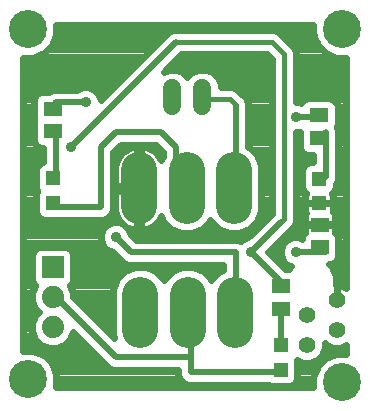
<source format=gtl>
G75*
%MOIN*%
%OFA0B0*%
%FSLAX24Y24*%
%IPPOS*%
%LPD*%
%AMOC8*
5,1,8,0,0,1.08239X$1,22.5*
%
%ADD10C,0.0560*%
%ADD11C,0.0594*%
%ADD12C,0.1185*%
%ADD13R,0.0591X0.0512*%
%ADD14R,0.0630X0.0512*%
%ADD15R,0.0472X0.0472*%
%ADD16R,0.0740X0.0740*%
%ADD17C,0.0740*%
%ADD18C,0.0240*%
%ADD19C,0.0197*%
%ADD20C,0.0357*%
%ADD21C,0.0160*%
%ADD22C,0.1266*%
D10*
X010248Y007241D03*
X010248Y008241D03*
X011248Y007741D03*
X011248Y008741D03*
D11*
X006769Y015201D02*
X006769Y015795D01*
X005769Y015795D02*
X005769Y015201D01*
D12*
X006241Y013047D02*
X006241Y011862D01*
X007821Y011862D02*
X007821Y013047D01*
X007861Y008913D02*
X007861Y007728D01*
X006281Y007728D02*
X006281Y008913D01*
X004701Y008913D02*
X004701Y007728D01*
X004661Y011862D02*
X004661Y013047D01*
D13*
X010690Y011240D03*
X010690Y010492D03*
D14*
X009381Y009194D03*
X009381Y008446D03*
X010643Y014136D03*
X010643Y014884D03*
X001777Y015104D03*
X001777Y014356D03*
D15*
X001777Y012781D03*
X001777Y011955D03*
X009381Y007233D03*
X009381Y006407D03*
X010655Y011947D03*
X010655Y012774D03*
D16*
X001781Y009820D03*
D17*
X001781Y008820D03*
X001781Y007820D03*
D18*
X001900Y005900D02*
X001875Y005840D01*
X010472Y005840D01*
X010472Y006178D01*
X010617Y006527D01*
X010884Y006795D01*
X011233Y006939D01*
X011572Y006939D01*
X011572Y007229D01*
X011366Y007144D01*
X011129Y007144D01*
X010909Y007235D01*
X010844Y007300D01*
X010844Y007123D01*
X010754Y006903D01*
X010586Y006735D01*
X010366Y006644D01*
X010129Y006644D01*
X009924Y006729D01*
X009934Y006706D01*
X009934Y006107D01*
X009885Y005991D01*
X009796Y005902D01*
X009680Y005854D01*
X009081Y005854D01*
X008965Y005902D01*
X008962Y005905D01*
X006298Y005905D01*
X006145Y005968D01*
X006029Y006085D01*
X005965Y006237D01*
X005965Y006405D01*
X003798Y006405D01*
X003645Y006468D01*
X003529Y006585D01*
X002456Y007657D01*
X002363Y007431D01*
X002170Y007238D01*
X001917Y007133D01*
X001644Y007133D01*
X001392Y007238D01*
X001198Y007431D01*
X001094Y007683D01*
X001094Y007957D01*
X001198Y008209D01*
X001309Y008320D01*
X001198Y008431D01*
X001094Y008683D01*
X001094Y008957D01*
X001198Y009209D01*
X001201Y009212D01*
X001142Y009271D01*
X001094Y009387D01*
X001094Y010253D01*
X001142Y010369D01*
X001231Y010459D01*
X001348Y010507D01*
X002214Y010507D01*
X002330Y010459D01*
X002419Y010369D01*
X002467Y010253D01*
X002467Y009387D01*
X002419Y009271D01*
X002360Y009212D01*
X002363Y009209D01*
X002467Y008957D01*
X002467Y008820D01*
X003827Y007461D01*
X003791Y007547D01*
X003791Y009093D01*
X003930Y009428D01*
X004186Y009683D01*
X004520Y009822D01*
X004882Y009822D01*
X005216Y009683D01*
X005472Y009428D01*
X005491Y009382D01*
X005510Y009428D01*
X005766Y009683D01*
X006100Y009822D01*
X006462Y009822D01*
X006796Y009683D01*
X007052Y009428D01*
X007071Y009382D01*
X007090Y009428D01*
X007346Y009683D01*
X007465Y009733D01*
X007465Y009905D01*
X004298Y009905D01*
X004145Y009968D01*
X004029Y010085D01*
X003789Y010325D01*
X003782Y010325D01*
X003600Y010400D01*
X003461Y010539D01*
X003385Y010721D01*
X003385Y010919D01*
X003461Y011101D01*
X003600Y011240D01*
X003782Y011315D01*
X003979Y011315D01*
X004116Y011259D01*
X004049Y011325D01*
X003984Y011410D01*
X003931Y011502D01*
X003890Y011600D01*
X003863Y011703D01*
X003849Y011809D01*
X003849Y012377D01*
X004584Y012377D01*
X004739Y012377D01*
X004739Y011053D01*
X004820Y011064D01*
X004923Y011091D01*
X005021Y011132D01*
X005114Y011185D01*
X005198Y011250D01*
X005273Y011325D01*
X005338Y011410D01*
X005392Y011502D01*
X005399Y011520D01*
X005470Y011347D01*
X005726Y011091D01*
X006060Y010953D01*
X006422Y010953D01*
X006756Y011091D01*
X007012Y011347D01*
X007031Y011393D01*
X007050Y011347D01*
X007306Y011091D01*
X007640Y010953D01*
X008002Y010953D01*
X008336Y011091D01*
X008592Y011347D01*
X008731Y011681D01*
X008731Y013228D01*
X008592Y013562D01*
X008336Y013818D01*
X008296Y013835D01*
X008296Y015303D01*
X008233Y015455D01*
X008116Y015572D01*
X008071Y015590D01*
X007905Y015756D01*
X007760Y015817D01*
X007383Y015817D01*
X007383Y015917D01*
X007289Y016142D01*
X007116Y016315D01*
X006891Y016409D01*
X006647Y016409D01*
X006421Y016315D01*
X006269Y016163D01*
X006116Y016315D01*
X005891Y016409D01*
X005647Y016409D01*
X005493Y016345D01*
X006071Y016923D01*
X008916Y016923D01*
X009084Y016756D01*
X009084Y011610D01*
X008979Y011505D01*
X008289Y010815D01*
X008282Y010815D01*
X008100Y010740D01*
X008057Y010697D01*
X007963Y010735D01*
X004553Y010735D01*
X004376Y010912D01*
X004376Y010919D01*
X004301Y011101D01*
X004226Y011176D01*
X004301Y011132D01*
X004400Y011091D01*
X004502Y011064D01*
X004584Y011053D01*
X004584Y012377D01*
X004584Y012532D01*
X004584Y013856D01*
X004502Y013846D01*
X004400Y013818D01*
X004301Y013777D01*
X004209Y013724D01*
X004124Y013659D01*
X004049Y013584D01*
X003984Y013500D01*
X003931Y013407D01*
X003890Y013309D01*
X003863Y013206D01*
X003849Y013100D01*
X003849Y012532D01*
X004584Y012532D01*
X004739Y012532D01*
X004739Y013856D01*
X004820Y013846D01*
X004923Y013818D01*
X005021Y013777D01*
X005114Y013724D01*
X005198Y013659D01*
X005273Y013584D01*
X005338Y013500D01*
X005392Y013407D01*
X005399Y013390D01*
X005465Y013550D01*
X005465Y013648D01*
X005209Y013905D01*
X004053Y013905D01*
X003796Y013648D01*
X003796Y011737D01*
X003733Y011585D01*
X003616Y011468D01*
X003463Y011405D01*
X002084Y011405D01*
X002076Y011402D01*
X001924Y011402D01*
X001910Y011398D01*
X001878Y011402D01*
X001477Y011402D01*
X001361Y011450D01*
X001272Y011539D01*
X001224Y011655D01*
X001224Y012254D01*
X001271Y012368D01*
X001224Y012482D01*
X001224Y013081D01*
X001272Y013197D01*
X001361Y013286D01*
X001465Y013329D01*
X001465Y013783D01*
X001399Y013783D01*
X001282Y013832D01*
X001193Y013921D01*
X001145Y014037D01*
X001145Y014675D01*
X001168Y014730D01*
X001145Y014785D01*
X001145Y015423D01*
X001193Y015540D01*
X001282Y015629D01*
X001399Y015677D01*
X001657Y015677D01*
X001666Y015685D01*
X001733Y015708D01*
X001798Y015735D01*
X001810Y015735D01*
X001821Y015739D01*
X001892Y015735D01*
X002595Y015735D01*
X002600Y015740D01*
X002782Y015815D01*
X002979Y015815D01*
X003161Y015740D01*
X003301Y015601D01*
X003376Y015419D01*
X003376Y015403D01*
X005645Y017672D01*
X005798Y017735D01*
X005963Y017735D01*
X006008Y017717D01*
X009160Y017717D01*
X009305Y017656D01*
X009705Y017256D01*
X009817Y017145D01*
X009877Y016999D01*
X009877Y015315D01*
X009979Y015315D01*
X010046Y015288D01*
X010059Y015319D01*
X010148Y015408D01*
X010265Y015457D01*
X011021Y015457D01*
X011137Y015408D01*
X011226Y015319D01*
X011275Y015203D01*
X011275Y014565D01*
X011254Y014516D01*
X011259Y014509D01*
X011274Y014457D01*
X011275Y014455D01*
X011275Y014454D01*
X011296Y014403D01*
X011296Y014376D01*
X011303Y014350D01*
X011296Y014294D01*
X011296Y012862D01*
X011304Y012823D01*
X011296Y012780D01*
X011296Y012737D01*
X011280Y012700D01*
X011273Y012660D01*
X011249Y012625D01*
X011233Y012585D01*
X011208Y012560D01*
X011208Y012474D01*
X011159Y012358D01*
X011086Y012285D01*
X011096Y012268D01*
X011111Y012212D01*
X011111Y011947D01*
X010655Y011947D01*
X010655Y011947D01*
X011111Y011947D01*
X011111Y011682D01*
X011110Y011678D01*
X011120Y011672D01*
X011161Y011631D01*
X011190Y011581D01*
X011205Y011525D01*
X011205Y011248D01*
X010698Y011248D01*
X010698Y011233D01*
X011205Y011233D01*
X011205Y010976D01*
X011254Y010928D01*
X011302Y010811D01*
X011302Y010174D01*
X011254Y010057D01*
X011165Y009968D01*
X011048Y009920D01*
X011006Y009920D01*
X011004Y009919D01*
X011082Y009841D01*
X011207Y009541D01*
X011207Y009241D01*
X011208Y009241D01*
X011248Y009241D01*
X011248Y008741D01*
X011248Y008741D01*
X011248Y009241D01*
X011287Y009241D01*
X011365Y009229D01*
X011439Y009205D01*
X011510Y009169D01*
X011572Y009124D01*
X011572Y016812D01*
X011233Y016812D01*
X010884Y016956D01*
X010617Y017224D01*
X010472Y017573D01*
X010472Y017911D01*
X001900Y017911D01*
X001900Y017573D01*
X001755Y017224D01*
X001488Y016956D01*
X001139Y016812D01*
X000801Y016812D01*
X000801Y007039D01*
X001139Y007039D01*
X001488Y006895D01*
X001755Y006627D01*
X001900Y006278D01*
X001900Y005900D01*
X001889Y005875D02*
X009031Y005875D01*
X009730Y005875D02*
X010472Y005875D01*
X010472Y006113D02*
X009934Y006113D01*
X009934Y006352D02*
X010544Y006352D01*
X010680Y006590D02*
X009934Y006590D01*
X010679Y006829D02*
X010966Y006829D01*
X010821Y007067D02*
X011572Y007067D01*
X011248Y008975D02*
X011248Y008975D01*
X011248Y009214D02*
X011248Y009214D01*
X011412Y009214D02*
X011572Y009214D01*
X011572Y009452D02*
X011207Y009452D01*
X011145Y009691D02*
X011572Y009691D01*
X011572Y009929D02*
X011071Y009929D01*
X011300Y010168D02*
X011572Y010168D01*
X011572Y010406D02*
X011302Y010406D01*
X011302Y010645D02*
X011572Y010645D01*
X011572Y010883D02*
X011273Y010883D01*
X011205Y011122D02*
X011572Y011122D01*
X011572Y011360D02*
X011205Y011360D01*
X011180Y011599D02*
X011572Y011599D01*
X011572Y011837D02*
X011111Y011837D01*
X011111Y012076D02*
X011572Y012076D01*
X011572Y012314D02*
X011116Y012314D01*
X011208Y012553D02*
X011572Y012553D01*
X011572Y012791D02*
X011298Y012791D01*
X011296Y013030D02*
X011572Y013030D01*
X011572Y013268D02*
X011296Y013268D01*
X011296Y013507D02*
X011572Y013507D01*
X011572Y013745D02*
X011296Y013745D01*
X011296Y013984D02*
X011572Y013984D01*
X011572Y014222D02*
X011296Y014222D01*
X011273Y014461D02*
X011572Y014461D01*
X011572Y014699D02*
X011275Y014699D01*
X011275Y014938D02*
X011572Y014938D01*
X011572Y015176D02*
X011275Y015176D01*
X011122Y015415D02*
X011572Y015415D01*
X011572Y015653D02*
X009877Y015653D01*
X009877Y015415D02*
X010163Y015415D01*
X009877Y015892D02*
X011572Y015892D01*
X011572Y016130D02*
X009877Y016130D01*
X009877Y016369D02*
X011572Y016369D01*
X011572Y016607D02*
X009877Y016607D01*
X009877Y016846D02*
X011152Y016846D01*
X010757Y017084D02*
X009842Y017084D01*
X009639Y017323D02*
X010576Y017323D01*
X010477Y017561D02*
X009401Y017561D01*
X008994Y016846D02*
X005993Y016846D01*
X005755Y016607D02*
X009084Y016607D01*
X009084Y016369D02*
X006987Y016369D01*
X007294Y016130D02*
X009084Y016130D01*
X009084Y015892D02*
X007383Y015892D01*
X008009Y015653D02*
X009084Y015653D01*
X009084Y015415D02*
X008250Y015415D01*
X008296Y015176D02*
X009084Y015176D01*
X009084Y014938D02*
X008296Y014938D01*
X008296Y014699D02*
X009084Y014699D01*
X009084Y014461D02*
X008296Y014461D01*
X008296Y014222D02*
X009084Y014222D01*
X009084Y013984D02*
X008296Y013984D01*
X008409Y013745D02*
X009084Y013745D01*
X009084Y013507D02*
X008615Y013507D01*
X008714Y013268D02*
X009084Y013268D01*
X009084Y013030D02*
X008731Y013030D01*
X008731Y012791D02*
X009084Y012791D01*
X009084Y012553D02*
X008731Y012553D01*
X008731Y012314D02*
X009084Y012314D01*
X009084Y012076D02*
X008731Y012076D01*
X008731Y011837D02*
X009084Y011837D01*
X009072Y011599D02*
X008696Y011599D01*
X008598Y011360D02*
X008833Y011360D01*
X008595Y011122D02*
X008367Y011122D01*
X008356Y010883D02*
X004405Y010883D01*
X004326Y011122D02*
X004280Y011122D01*
X004022Y011360D02*
X000801Y011360D01*
X000801Y011122D02*
X003482Y011122D01*
X003385Y010883D02*
X000801Y010883D01*
X000801Y010645D02*
X003417Y010645D01*
X003594Y010406D02*
X002383Y010406D01*
X002467Y010168D02*
X003946Y010168D01*
X004239Y009929D02*
X002467Y009929D01*
X002467Y009691D02*
X004203Y009691D01*
X003954Y009452D02*
X002467Y009452D01*
X002362Y009214D02*
X003841Y009214D01*
X003791Y008975D02*
X002460Y008975D01*
X002551Y008737D02*
X003791Y008737D01*
X003791Y008498D02*
X002790Y008498D01*
X003028Y008260D02*
X003791Y008260D01*
X003791Y008021D02*
X003267Y008021D01*
X003505Y007783D02*
X003791Y007783D01*
X003792Y007544D02*
X003744Y007544D01*
X003285Y006829D02*
X001554Y006829D01*
X001771Y006590D02*
X003523Y006590D01*
X003046Y007067D02*
X000801Y007067D01*
X000801Y007306D02*
X001324Y007306D01*
X001152Y007544D02*
X000801Y007544D01*
X000801Y007783D02*
X001094Y007783D01*
X001120Y008021D02*
X000801Y008021D01*
X000801Y008260D02*
X001249Y008260D01*
X001171Y008498D02*
X000801Y008498D01*
X000801Y008737D02*
X001094Y008737D01*
X001101Y008975D02*
X000801Y008975D01*
X000801Y009214D02*
X001199Y009214D01*
X001094Y009452D02*
X000801Y009452D01*
X000801Y009691D02*
X001094Y009691D01*
X001094Y009929D02*
X000801Y009929D01*
X000801Y010168D02*
X001094Y010168D01*
X001179Y010406D02*
X000801Y010406D01*
X000801Y011599D02*
X001247Y011599D01*
X001224Y011837D02*
X000801Y011837D01*
X000801Y012076D02*
X001224Y012076D01*
X001249Y012314D02*
X000801Y012314D01*
X000801Y012553D02*
X001224Y012553D01*
X001224Y012791D02*
X000801Y012791D01*
X000801Y013030D02*
X001224Y013030D01*
X001343Y013268D02*
X000801Y013268D01*
X000801Y013507D02*
X001465Y013507D01*
X001465Y013745D02*
X000801Y013745D01*
X000801Y013984D02*
X001167Y013984D01*
X001145Y014222D02*
X000801Y014222D01*
X000801Y014461D02*
X001145Y014461D01*
X001155Y014699D02*
X000801Y014699D01*
X000801Y014938D02*
X001145Y014938D01*
X001145Y015176D02*
X000801Y015176D01*
X000801Y015415D02*
X001145Y015415D01*
X001341Y015653D02*
X000801Y015653D01*
X000801Y015892D02*
X003865Y015892D01*
X004103Y016130D02*
X000801Y016130D01*
X000801Y016369D02*
X004342Y016369D01*
X004580Y016607D02*
X000801Y016607D01*
X001220Y016846D02*
X004819Y016846D01*
X005057Y017084D02*
X001616Y017084D01*
X001796Y017323D02*
X005296Y017323D01*
X005534Y017561D02*
X001895Y017561D01*
X001900Y017800D02*
X010472Y017800D01*
X010011Y014338D02*
X010011Y013817D01*
X010059Y013700D01*
X010148Y013611D01*
X010265Y013563D01*
X010465Y013563D01*
X010465Y013327D01*
X010355Y013327D01*
X010239Y013278D01*
X010150Y013189D01*
X010102Y013073D01*
X010102Y012474D01*
X010150Y012358D01*
X010223Y012285D01*
X010213Y012268D01*
X010198Y012212D01*
X010198Y011947D01*
X010655Y011947D01*
X010655Y011947D01*
X010198Y011947D01*
X010198Y011682D01*
X010213Y011626D01*
X010214Y011624D01*
X010190Y011581D01*
X010175Y011525D01*
X010175Y011248D01*
X010682Y011248D01*
X010682Y011233D01*
X010175Y011233D01*
X010175Y010976D01*
X010126Y010928D01*
X010078Y010811D01*
X010078Y010774D01*
X009979Y010815D01*
X009782Y010815D01*
X009600Y010740D01*
X009461Y010601D01*
X009385Y010419D01*
X009385Y010221D01*
X009461Y010039D01*
X009600Y009900D01*
X009713Y009853D01*
X009700Y009841D01*
X009669Y009767D01*
X009521Y009767D01*
X008968Y010320D01*
X009566Y010918D01*
X009733Y011085D01*
X009751Y011129D01*
X009817Y011195D01*
X009877Y011341D01*
X009877Y014325D01*
X009979Y014325D01*
X010011Y014338D01*
X010011Y014222D02*
X009877Y014222D01*
X009877Y013984D02*
X010011Y013984D01*
X010041Y013745D02*
X009877Y013745D01*
X009877Y013507D02*
X010465Y013507D01*
X010229Y013268D02*
X009877Y013268D01*
X009877Y013030D02*
X010102Y013030D01*
X010102Y012791D02*
X009877Y012791D01*
X009877Y012553D02*
X010102Y012553D01*
X010194Y012314D02*
X009877Y012314D01*
X009877Y012076D02*
X010198Y012076D01*
X010198Y011837D02*
X009877Y011837D01*
X009877Y011599D02*
X010200Y011599D01*
X010175Y011360D02*
X009877Y011360D01*
X009748Y011122D02*
X010175Y011122D01*
X010108Y010883D02*
X009531Y010883D01*
X009505Y010645D02*
X009292Y010645D01*
X009385Y010406D02*
X009054Y010406D01*
X009120Y010168D02*
X009408Y010168D01*
X009359Y009929D02*
X009571Y009929D01*
X007363Y009691D02*
X006779Y009691D01*
X007027Y009452D02*
X007114Y009452D01*
X007276Y011122D02*
X006787Y011122D01*
X007018Y011360D02*
X007045Y011360D01*
X005783Y009691D02*
X005199Y009691D01*
X005447Y009452D02*
X005534Y009452D01*
X005696Y011122D02*
X004996Y011122D01*
X004739Y011122D02*
X004584Y011122D01*
X004584Y011360D02*
X004739Y011360D01*
X004739Y011599D02*
X004584Y011599D01*
X004584Y011837D02*
X004739Y011837D01*
X004739Y012076D02*
X004584Y012076D01*
X004584Y012314D02*
X004739Y012314D01*
X004739Y012553D02*
X004584Y012553D01*
X004584Y012791D02*
X004739Y012791D01*
X004739Y013030D02*
X004584Y013030D01*
X004584Y013268D02*
X004739Y013268D01*
X004739Y013507D02*
X004584Y013507D01*
X004584Y013745D02*
X004739Y013745D01*
X005078Y013745D02*
X005368Y013745D01*
X005333Y013507D02*
X005447Y013507D01*
X004245Y013745D02*
X003893Y013745D01*
X003796Y013507D02*
X003990Y013507D01*
X003879Y013268D02*
X003796Y013268D01*
X003796Y013030D02*
X003849Y013030D01*
X003849Y012791D02*
X003796Y012791D01*
X003796Y012553D02*
X003849Y012553D01*
X003849Y012314D02*
X003796Y012314D01*
X003796Y012076D02*
X003849Y012076D01*
X003849Y011837D02*
X003796Y011837D01*
X003738Y011599D02*
X003891Y011599D01*
X005300Y011360D02*
X005465Y011360D01*
X002808Y007306D02*
X002237Y007306D01*
X002410Y007544D02*
X002569Y007544D01*
X001869Y006352D02*
X005965Y006352D01*
X006017Y006113D02*
X001900Y006113D01*
X003376Y015415D02*
X003388Y015415D01*
X003248Y015653D02*
X003626Y015653D01*
X005516Y016369D02*
X005550Y016369D01*
X005987Y016369D02*
X006550Y016369D01*
D19*
X006769Y015498D02*
X006781Y015420D01*
X007881Y015220D02*
X007881Y012820D01*
X007821Y012455D01*
X009331Y011270D02*
X008381Y010320D01*
X009381Y009320D01*
X009381Y009194D01*
X009381Y008446D02*
X009381Y007233D01*
X009381Y006407D02*
X009381Y006320D01*
X006381Y006320D01*
X006381Y006820D01*
X003881Y006820D01*
X001881Y008820D01*
X001781Y008820D01*
X003881Y010820D02*
X004381Y010320D01*
X007881Y010320D01*
X007881Y008320D01*
X007861Y008320D01*
X006381Y008320D02*
X006381Y006820D01*
X006381Y008320D02*
X006281Y008320D01*
X006241Y012455D02*
X005881Y012820D01*
X005881Y013820D01*
X005381Y014320D01*
X003881Y014320D01*
X003381Y013820D01*
X003381Y011820D01*
X001881Y011820D01*
X001777Y011955D01*
X001777Y012781D02*
X001881Y012820D01*
X001881Y014320D01*
X001777Y014356D01*
X001777Y015104D02*
X001881Y015320D01*
X002881Y015320D01*
X002381Y013820D02*
X005881Y017320D01*
X009881Y014820D02*
X010381Y014820D01*
X010643Y014884D01*
X010881Y014320D02*
X010643Y014136D01*
X010881Y014320D02*
X010881Y012820D01*
X010655Y012774D01*
X009381Y011320D02*
X009331Y011270D01*
X009881Y010320D02*
X010881Y010320D01*
X010690Y010492D01*
D20*
X009881Y010320D03*
X008381Y010320D03*
X009881Y014820D03*
X003881Y010820D03*
X002381Y013820D03*
X002881Y015320D03*
D21*
X005881Y017320D02*
X009081Y017320D01*
X009481Y016920D01*
X009481Y011420D01*
X009331Y011270D01*
X007881Y015220D02*
X007681Y015420D01*
X006781Y015420D01*
D22*
X011422Y017762D03*
X011422Y005989D03*
X000950Y006089D03*
X000950Y017762D03*
M02*

</source>
